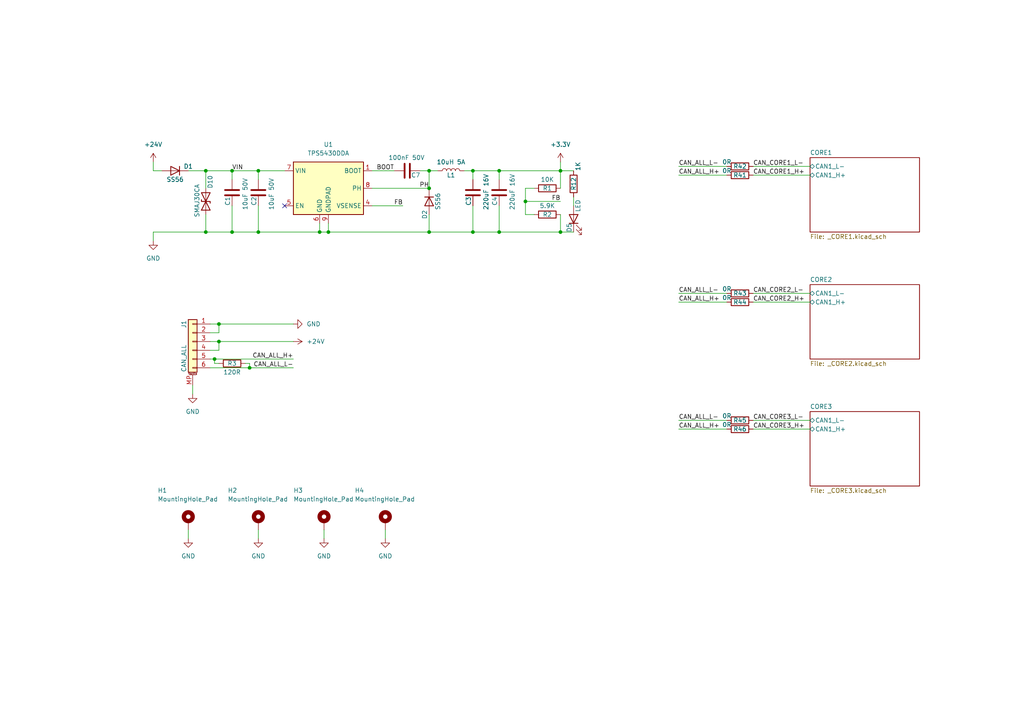
<source format=kicad_sch>
(kicad_sch (version 20230121) (generator eeschema)
  (paper "A4")
  (lib_symbols
    (symbol "Connector_Generic_MountingPin:Conn_01x06_MountingPin" (pin_names (offset 1.016) hide)
      (property "Reference" "J" (at 0 7.62 0))
      (property "Value" "Conn_01x06_MountingPin" (at 1.27 -10.16 0))
      (symbol "Conn_01x06_MountingPin_1_1"
        (rectangle (start -1.27 -7.493) (end 0 -7.747) (stroke (width 0.1524)))
        (rectangle (start -1.27 -4.953) (end 0 -5.207) (stroke (width 0.1524)))
        (rectangle (start -1.27 -2.413) (end 0 -2.667) (stroke (width 0.1524)))
        (rectangle (start -1.27 0.127) (end 0 -0.127) (stroke (width 0.1524)))
        (rectangle (start -1.27 2.667) (end 0 2.413) (stroke (width 0.1524)))
        (rectangle (start -1.27 5.207) (end 0 4.953) (stroke (width 0.1524)))
        (rectangle (start -1.27 6.35) (end 1.27 -8.89) (stroke (width 0.254)) (fill (type background)))
        (polyline (pts (xy -1.016 -9.652) (xy 1.016 -9.652)) (stroke (width 0.1524)))
        (text "Mounting" (at 0 -9.271 0) (effects (font (size 0.381 0.381))))
        (pin passive line (at -5.08 5.08 0) (length 3.81) (name "Pin_1") (number "1"))
        (pin passive line (at -5.08 2.54 0) (length 3.81) (name "Pin_2") (number "2"))
        (pin passive line (at -5.08 0 0) (length 3.81) (name "Pin_3") (number "3"))
        (pin passive line (at -5.08 -2.54 0) (length 3.81) (name "Pin_4") (number "4"))
        (pin passive line (at -5.08 -5.08 0) (length 3.81) (name "Pin_5") (number "5"))
        (pin passive line (at -5.08 -7.62 0) (length 3.81) (name "Pin_6") (number "6"))
        (pin passive line (at 0 -12.7 90) (length 3.048) (name "MountPin") (number "MP"))
      )
    )
    (symbol "Device:C" (pin_numbers hide) (pin_names (offset 0.254))
      (property "Reference" "C" (at 0.635 2.54 0))
      (property "Value" "C" (at 0.635 -2.54 0))
      (symbol "C_0_1"
        (polyline (pts (xy -2.032 -0.762) (xy 2.032 -0.762)) (stroke (width 0.508)))
        (polyline (pts (xy -2.032 0.762) (xy 2.032 0.762)) (stroke (width 0.508)))
      )
      (symbol "C_1_1"
        (pin passive line (at 0 3.81 270) (length 2.794) (name "~") (number "1"))
        (pin passive line (at 0 -3.81 90) (length 2.794) (name "~") (number "2"))
      )
    )
    (symbol "Device:D" (pin_numbers hide) (pin_names (offset 1.016) hide)
      (property "Reference" "D" (at 0 2.54 0))
      (property "Value" "D" (at 0 -2.54 0))
      (symbol "D_0_1"
        (polyline (pts (xy -1.27 1.27) (xy -1.27 -1.27)) (stroke (width 0.254)))
        (polyline (pts (xy 1.27 0) (xy -1.27 0)))
        (polyline (pts (xy 1.27 1.27) (xy 1.27 -1.27) (xy -1.27 0) (xy 1.27 1.27)) (stroke (width 0.254)))
      )
      (symbol "D_1_1"
        (pin passive line (at -3.81 0 0) (length 2.54) (name "K") (number "1"))
        (pin passive line (at 3.81 0 180) (length 2.54) (name "A") (number "2"))
      )
    )
    (symbol "Device:D_TVS" (pin_numbers hide) (pin_names (offset 1.016) hide)
      (property "Reference" "D" (at 0 2.54 0))
      (property "Value" "D_TVS" (at 0 -2.54 0))
      (symbol "D_TVS_0_1"
        (polyline (pts (xy 1.27 0) (xy -1.27 0)))
        (polyline (pts (xy 0.508 1.27) (xy 0 1.27) (xy 0 -1.27) (xy -0.508 -1.27)) (stroke (width 0.254)))
        (polyline (pts (xy -2.54 1.27) (xy -2.54 -1.27) (xy 2.54 1.27) (xy 2.54 -1.27) (xy -2.54 1.27)) (stroke (width 0.254)))
      )
      (symbol "D_TVS_1_1"
        (pin passive line (at -3.81 0 0) (length 2.54) (name "A1") (number "1"))
        (pin passive line (at 3.81 0 180) (length 2.54) (name "A2") (number "2"))
      )
    )
    (symbol "Device:L" (pin_numbers hide) (pin_names (offset 1.016) hide)
      (property "Reference" "L" (at -1.27 0 90))
      (property "Value" "L" (at 1.905 0 90))
      (symbol "L_0_1"
        (arc (start 0 -2.54) (mid 0.6323 -1.905) (end 0 -1.27))
        (arc (start 0 -1.27) (mid 0.6323 -0.635) (end 0 0))
        (arc (start 0 0) (mid 0.6323 0.635) (end 0 1.27))
        (arc (start 0 1.27) (mid 0.6323 1.905) (end 0 2.54))
      )
      (symbol "L_1_1"
        (pin passive line (at 0 3.81 270) (length 1.27) (name "1") (number "1"))
        (pin passive line (at 0 -3.81 90) (length 1.27) (name "2") (number "2"))
      )
    )
    (symbol "Device:LED" (pin_numbers hide) (pin_names (offset 1.016) hide)
      (property "Reference" "D" (at 0 2.54 0))
      (property "Value" "LED" (at 0 -2.54 0))
      (symbol "LED_0_1"
        (polyline (pts (xy -1.27 -1.27) (xy -1.27 1.27)) (stroke (width 0.254)))
        (polyline (pts (xy -1.27 0) (xy 1.27 0)))
        (polyline (pts (xy 1.27 -1.27) (xy 1.27 1.27) (xy -1.27 0) (xy 1.27 -1.27)) (stroke (width 0.254)))
        (polyline (pts (xy -3.048 -0.762) (xy -4.572 -2.286) (xy -3.81 -2.286) (xy -4.572 -2.286) (xy -4.572 -1.524)))
        (polyline (pts (xy -1.778 -0.762) (xy -3.302 -2.286) (xy -2.54 -2.286) (xy -3.302 -2.286) (xy -3.302 -1.524)))
      )
      (symbol "LED_1_1"
        (pin passive line (at -3.81 0 0) (length 2.54) (name "K") (number "1"))
        (pin passive line (at 3.81 0 180) (length 2.54) (name "A") (number "2"))
      )
    )
    (symbol "Device:R" (pin_numbers hide) (pin_names (offset 0))
      (property "Reference" "R" (at 2.032 0 90))
      (property "Value" "R" (at 0 0 90))
      (symbol "R_0_1"
        (rectangle (start -1.016 -2.54) (end 1.016 2.54) (stroke (width 0.254)))
      )
      (symbol "R_1_1"
        (pin passive line (at 0 3.81 270) (length 1.27) (name "~") (number "1"))
        (pin passive line (at 0 -3.81 90) (length 1.27) (name "~") (number "2"))
      )
    )
    (symbol "Mechanical:MountingHole_Pad" (pin_numbers hide) (pin_names (offset 1.016) hide)
      (property "Reference" "H" (at 0 6.35 0))
      (property "Value" "MountingHole_Pad" (at 0 4.445 0))
      (symbol "MountingHole_Pad_0_1"
        (circle (center 0 1.27) (radius 1.27) (stroke (width 1.27)))
      )
      (symbol "MountingHole_Pad_1_1"
        (pin input line (at 0 -2.54 90) (length 2.54) (name "1") (number "1"))
      )
    )
    (symbol "Regulator_Switching:TPS5430DDA"
      (property "Reference" "U" (at -10.16 8.89 0))
      (property "Value" "TPS5430DDA" (at -1.27 8.89 0))
      (symbol "TPS5430DDA_0_1"
        (rectangle (start -10.16 7.62) (end 10.16 -7.62) (stroke (width 0.254)) (fill (type background)))
      )
      (symbol "TPS5430DDA_1_1"
        (pin input line (at 12.7 5.08 180) (length 2.54) (name "BOOT") (number "1"))
        (pin no_connect line (at -10.16 2.54 0) (length 2.54) hide (name "NC") (number "2"))
        (pin no_connect line (at -10.16 -2.54 0) (length 2.54) hide (name "NC") (number "3"))
        (pin input line (at 12.7 -5.08 180) (length 2.54) (name "VSENSE") (number "4"))
        (pin input line (at -12.7 -5.08 0) (length 2.54) (name "EN") (number "5"))
        (pin power_in line (at -2.54 -10.16 90) (length 2.54) (name "GND") (number "6"))
        (pin power_in line (at -12.7 5.08 0) (length 2.54) (name "VIN") (number "7"))
        (pin output line (at 12.7 0 180) (length 2.54) (name "PH") (number "8"))
        (pin power_in line (at 0 -10.16 90) (length 2.54) (name "GNDPAD") (number "9"))
      )
    )
    (symbol "power:+24V" (power) (pin_names (offset 0))
      (property "Value" "+24V" (at 0 3.556 0))
      (symbol "+24V_0_1"
        (polyline (pts (xy -0.762 1.27) (xy 0 2.54)))
        (polyline (pts (xy 0 0) (xy 0 2.54)))
        (polyline (pts (xy 0 2.54) (xy 0.762 1.27)))
      )
      (symbol "+24V_1_1"
        (pin power_in line (at 0 0 90) (length 0) hide (name "+24V") (number "1"))
      )
    )
    (symbol "power:+3.3V" (power) (pin_names (offset 0))
      (property "Value" "+3.3V" (at 0 3.556 0))
      (symbol "+3.3V_0_1"
        (polyline (pts (xy -0.762 1.27) (xy 0 2.54)))
        (polyline (pts (xy 0 0) (xy 0 2.54)))
        (polyline (pts (xy 0 2.54) (xy 0.762 1.27)))
      )
      (symbol "+3.3V_1_1"
        (pin power_in line (at 0 0 90) (length 0) hide (name "+3.3V") (number "1"))
      )
    )
    (symbol "power:GND" (power) (pin_names (offset 0))
      (property "Value" "GND" (at 0 -3.81 0))
      (symbol "GND_0_1"
        (polyline (pts (xy 0 0) (xy 0 -1.27) (xy 1.27 -1.27) (xy 0 -2.54) (xy -1.27 -1.27) (xy 0 -1.27)))
      )
      (symbol "GND_1_1"
        (pin power_in line (at 0 0 270) (length 0) hide (name "GND") (number "1"))
      )
    )
  )
  (junction (at 74.93 67.31))
  (junction (at 137.16 67.31))
  (junction (at 124.46 49.53))
  (junction (at 162.56 67.31))
  (junction (at 162.56 49.53))
  (junction (at 72.39 106.68))
  (junction (at 144.78 49.53))
  (junction (at 63.5 93.98))
  (junction (at 67.31 49.53))
  (junction (at 74.93 49.53))
  (junction (at 137.16 49.53))
  (junction (at 124.46 67.31))
  (junction (at 95.25 67.31))
  (junction (at 144.78 67.31))
  (junction (at 152.4 58.42))
  (junction (at 67.31 67.31))
  (junction (at 63.5 99.06))
  (junction (at 124.46 54.61))
  (junction (at 92.71 67.31))
  (junction (at 62.23 104.14))
  (junction (at 59.69 49.53))
  (junction (at 59.69 67.31))
  (no_connect (at 82.55 59.69))
  (wire (pts (xy 72.39 106.68) (xy 85.09 106.68)))
  (wire (pts (xy 144.78 67.31) (xy 162.56 67.31)))
  (wire (pts (xy 60.96 99.06) (xy 63.5 99.06)))
  (wire (pts (xy 111.76 156.21) (xy 111.76 153.67)))
  (wire (pts (xy 218.44 87.63) (xy 234.95 87.63)))
  (wire (pts (xy 144.78 59.69) (xy 144.78 67.31)))
  (wire (pts (xy 44.45 69.85) (xy 44.45 67.31)))
  (wire (pts (xy 44.45 67.31) (xy 59.69 67.31)))
  (wire (pts (xy 124.46 49.53) (xy 127 49.53)))
  (wire (pts (xy 59.69 49.53) (xy 67.31 49.53)))
  (wire (pts (xy 196.85 48.26) (xy 210.82 48.26)))
  (wire (pts (xy 46.99 49.53) (xy 44.45 49.53)))
  (wire (pts (xy 152.4 62.23) (xy 154.94 62.23)))
  (wire (pts (xy 218.44 50.8) (xy 234.95 50.8)))
  (wire (pts (xy 54.61 49.53) (xy 59.69 49.53)))
  (wire (pts (xy 55.88 114.3) (xy 55.88 111.76)))
  (wire (pts (xy 67.31 49.53) (xy 67.31 52.07)))
  (wire (pts (xy 62.23 104.14) (xy 85.09 104.14)))
  (wire (pts (xy 218.44 124.46) (xy 234.95 124.46)))
  (wire (pts (xy 74.93 67.31) (xy 92.71 67.31)))
  (wire (pts (xy 218.44 121.92) (xy 234.95 121.92)))
  (wire (pts (xy 63.5 99.06) (xy 85.09 99.06)))
  (wire (pts (xy 134.62 49.53) (xy 137.16 49.53)))
  (wire (pts (xy 166.37 57.15) (xy 166.37 59.69)))
  (wire (pts (xy 62.23 105.41) (xy 62.23 104.14)))
  (wire (pts (xy 166.37 67.31) (xy 162.56 67.31)))
  (wire (pts (xy 60.96 93.98) (xy 63.5 93.98)))
  (wire (pts (xy 124.46 67.31) (xy 137.16 67.31)))
  (wire (pts (xy 124.46 54.61) (xy 124.46 49.53)))
  (wire (pts (xy 162.56 46.99) (xy 162.56 49.53)))
  (wire (pts (xy 67.31 59.69) (xy 67.31 67.31)))
  (wire (pts (xy 63.5 93.98) (xy 85.09 93.98)))
  (wire (pts (xy 137.16 67.31) (xy 144.78 67.31)))
  (wire (pts (xy 74.93 59.69) (xy 74.93 67.31)))
  (wire (pts (xy 218.44 48.26) (xy 234.95 48.26)))
  (wire (pts (xy 196.85 121.92) (xy 210.82 121.92)))
  (wire (pts (xy 124.46 49.53) (xy 121.92 49.53)))
  (wire (pts (xy 60.96 96.52) (xy 63.5 96.52)))
  (wire (pts (xy 59.69 62.23) (xy 59.69 67.31)))
  (wire (pts (xy 93.98 156.21) (xy 93.98 153.67)))
  (wire (pts (xy 144.78 49.53) (xy 162.56 49.53)))
  (wire (pts (xy 67.31 49.53) (xy 74.93 49.53)))
  (wire (pts (xy 166.37 49.53) (xy 162.56 49.53)))
  (wire (pts (xy 144.78 49.53) (xy 144.78 52.07)))
  (wire (pts (xy 162.56 62.23) (xy 162.56 67.31)))
  (wire (pts (xy 196.85 50.8) (xy 210.82 50.8)))
  (wire (pts (xy 63.5 93.98) (xy 63.5 96.52)))
  (wire (pts (xy 60.96 101.6) (xy 63.5 101.6)))
  (wire (pts (xy 137.16 59.69) (xy 137.16 67.31)))
  (wire (pts (xy 152.4 58.42) (xy 162.56 58.42)))
  (wire (pts (xy 107.95 59.69) (xy 116.84 59.69)))
  (wire (pts (xy 63.5 99.06) (xy 63.5 101.6)))
  (wire (pts (xy 137.16 49.53) (xy 144.78 49.53)))
  (wire (pts (xy 72.39 105.41) (xy 72.39 106.68)))
  (wire (pts (xy 95.25 67.31) (xy 124.46 67.31)))
  (wire (pts (xy 95.25 67.31) (xy 95.25 64.77)))
  (wire (pts (xy 92.71 67.31) (xy 95.25 67.31)))
  (wire (pts (xy 60.96 106.68) (xy 72.39 106.68)))
  (wire (pts (xy 137.16 52.07) (xy 137.16 49.53)))
  (wire (pts (xy 162.56 49.53) (xy 162.56 54.61)))
  (wire (pts (xy 74.93 49.53) (xy 82.55 49.53)))
  (wire (pts (xy 152.4 54.61) (xy 152.4 58.42)))
  (wire (pts (xy 67.31 67.31) (xy 74.93 67.31)))
  (wire (pts (xy 59.69 49.53) (xy 59.69 54.61)))
  (wire (pts (xy 107.95 54.61) (xy 124.46 54.61)))
  (wire (pts (xy 92.71 64.77) (xy 92.71 67.31)))
  (wire (pts (xy 62.23 105.41) (xy 63.5 105.41)))
  (wire (pts (xy 74.93 49.53) (xy 74.93 52.07)))
  (wire (pts (xy 196.85 124.46) (xy 210.82 124.46)))
  (wire (pts (xy 71.12 105.41) (xy 72.39 105.41)))
  (wire (pts (xy 44.45 49.53) (xy 44.45 46.99)))
  (wire (pts (xy 124.46 62.23) (xy 124.46 67.31)))
  (wire (pts (xy 152.4 58.42) (xy 152.4 62.23)))
  (wire (pts (xy 107.95 49.53) (xy 114.3 49.53)))
  (wire (pts (xy 196.85 85.09) (xy 210.82 85.09)))
  (wire (pts (xy 74.93 156.21) (xy 74.93 153.67)))
  (wire (pts (xy 196.85 87.63) (xy 210.82 87.63)))
  (wire (pts (xy 154.94 54.61) (xy 152.4 54.61)))
  (wire (pts (xy 54.61 156.21) (xy 54.61 153.67)))
  (wire (pts (xy 218.44 85.09) (xy 234.95 85.09)))
  (wire (pts (xy 59.69 67.31) (xy 67.31 67.31)))
  (wire (pts (xy 60.96 104.14) (xy 62.23 104.14)))
  (label "CAN_ALL_L-" (at 196.85 48.26 0))
  (label "CAN_ALL_H+" (at 85.09 104.14 180))
  (label "CAN_CORE3_L-" (at 218.44 121.92 0))
  (label "CAN_ALL_H+" (at 196.85 50.8 0))
  (label "FB" (at 162.56 58.42 180))
  (label "CAN_ALL_H+" (at 196.85 124.46 0))
  (label "CAN_ALL_L-" (at 196.85 121.92 0))
  (label "CAN_CORE2_L-" (at 218.44 85.09 0))
  (label "BOOT" (at 114.3 49.53 180))
  (label "CAN_CORE1_H+" (at 218.44 50.8 0))
  (label "CAN_CORE2_H+" (at 218.44 87.63 0))
  (label "CAN_ALL_H+" (at 196.85 87.63 0))
  (label "VIN" (at 67.31 49.53 0))
  (label "CAN_CORE3_H+" (at 218.44 124.46 0))
  (label "PH" (at 124.46 54.61 180))
  (label "CAN_ALL_L-" (at 85.09 106.68 180))
  (label "CAN_ALL_L-" (at 196.85 85.09 0))
  (label "CAN_CORE1_L-" (at 218.44 48.26 0))
  (label "FB" (at 116.84 59.69 180))
  (symbol (lib_id "Device:R") (at 214.63 121.92 90) (unit 1)
    (property "Reference" "R45" (at 214.63 121.92 90))
    (property "Value" "0R" (at 210.82 120.65 90))
    (property "Footprint" "Resistor_SMD:R_0402_1005Metric" (effects hide))
  )
  (symbol (lib_id "Device:R") (at 214.63 124.46 90) (unit 1)
    (property "Reference" "R46" (at 214.63 124.46 90))
    (property "Value" "0R" (at 210.82 123.19 90))
    (property "Footprint" "Resistor_SMD:R_0402_1005Metric" (effects hide))
  )
  (symbol (lib_id "Mechanical:MountingHole_Pad") (at 111.76 151.13 0) (unit 1)
    (property "Reference" "H4" (at 102.87 142.24 0) (effects (justify left)))
    (property "Value" "MountingHole_Pad" (at 102.87 144.78 0) (effects (justify left)))
    (property "Footprint" "MountingHole:MountingHole_2.2mm_M2_DIN965_Pad" (effects hide))
  )
  (symbol (lib_id "Device:R") (at 214.63 50.8 90) (unit 1)
    (property "Reference" "R41" (at 214.63 50.8 90))
    (property "Value" "0R" (at 210.82 49.53 90))
    (property "Footprint" "Resistor_SMD:R_0402_1005Metric" (effects hide))
  )
  (symbol (lib_id "Device:R") (at 158.75 62.23 90) (unit 1)
    (property "Reference" "R2" (at 158.75 62.23 90))
    (property "Value" "5.9K" (at 158.75 59.69 90))
    (property "Footprint" "Resistor_SMD:R_0402_1005Metric" (effects hide))
  )
  (symbol (lib_id "Device:R") (at 214.63 85.09 90) (unit 1)
    (property "Reference" "R43" (at 214.63 85.09 90))
    (property "Value" "0R" (at 210.82 83.82 90))
    (property "Footprint" "Resistor_SMD:R_0402_1005Metric" (effects hide))
  )
  (symbol (lib_id "Device:R") (at 214.63 87.63 90) (unit 1)
    (property "Reference" "R44" (at 214.63 87.63 90))
    (property "Value" "0R" (at 210.82 86.36 90))
    (property "Footprint" "Resistor_SMD:R_0402_1005Metric" (effects hide))
  )
  (symbol (lib_id "Device:D") (at 50.8 49.53 180) (unit 1)
    (property "Reference" "D1" (at 54.61 48.26 0))
    (property "Value" "SS56" (at 50.8 52.07 0))
    (property "Footprint" "Diode_SMD:D_SMA" (effects hide))
    (property "Sim.Device" "D" (effects hide))
    (property "Sim.Pins" "1=K 2=A" (effects hide))
  )
  (symbol (lib_id "Mechanical:MountingHole_Pad") (at 93.98 151.13 0) (unit 1)
    (property "Reference" "H3" (at 85.09 142.24 0) (effects (justify left)))
    (property "Value" "MountingHole_Pad" (at 85.09 144.78 0) (effects (justify left)))
    (property "Footprint" "MountingHole:MountingHole_2.2mm_M2_DIN965_Pad" (effects hide))
  )
  (symbol (lib_id "power:+24V") (at 85.09 99.06 270) (unit 1)
    (property "Reference" "#PWR04" (effects hide))
    (property "Value" "+24V" (at 88.9 99.06 90) (effects (justify left)))
  )
  (symbol (lib_id "power:GND") (at 111.76 156.21 0) (unit 1)
    (property "Reference" "#PWR085" (effects hide))
    (property "Value" "GND" (at 111.76 161.29 0))
  )
  (symbol (lib_id "Mechanical:MountingHole_Pad") (at 74.93 151.13 0) (unit 1)
    (property "Reference" "H2" (at 66.04 142.24 0) (effects (justify left)))
    (property "Value" "MountingHole_Pad" (at 66.04 144.78 0) (effects (justify left)))
    (property "Footprint" "MountingHole:MountingHole_2.2mm_M2_DIN965_Pad" (effects hide))
  )
  (symbol (lib_id "Device:L") (at 130.81 49.53 90) (unit 1)
    (property "Reference" "L1" (at 130.81 50.8 90))
    (property "Value" "10uH 5A" (at 130.81 46.99 90))
    (property "Footprint" "Common:L_6.3x6.3_H3" (effects hide))
  )
  (symbol (lib_id "Device:R") (at 67.31 105.41 90) (unit 1)
    (property "Reference" "R3" (at 67.31 105.41 90))
    (property "Value" "120R" (at 67.31 107.95 90))
    (property "Footprint" "Resistor_SMD:R_0603_1608Metric" (effects hide))
  )
  (symbol (lib_id "power:GND") (at 54.61 156.21 0) (unit 1)
    (property "Reference" "#PWR082" (effects hide))
    (property "Value" "GND" (at 54.61 161.29 0))
  )
  (symbol (lib_id "power:+24V") (at 44.45 46.99 0) (unit 1)
    (property "Reference" "#PWR03" (effects hide))
    (property "Value" "+24V" (at 44.45 41.91 0))
  )
  (symbol (lib_id "power:GND") (at 85.09 93.98 90) (unit 1)
    (property "Reference" "#PWR05" (effects hide))
    (property "Value" "GND" (at 88.9 93.98 90) (effects (justify right)))
  )
  (symbol (lib_id "power:+3.3V") (at 162.56 46.99 0) (unit 1)
    (property "Reference" "#PWR01" (effects hide))
    (property "Value" "+3.3V" (at 162.56 41.91 0))
  )
  (symbol (lib_id "Regulator_Switching:TPS5430DDA") (at 95.25 54.61 0) (unit 1)
    (property "Reference" "U1" (at 95.25 41.91 0))
    (property "Value" "TPS5430DDA" (at 95.25 44.45 0))
    (property "Footprint" "Package_SO:TI_SO-PowerPAD-8_ThermalVias" (effects hide))
    (property "Datasheet" "http://www.ti.com/lit/ds/symlink/tps5430.pdf" (effects hide))
  )
  (symbol (lib_id "Mechanical:MountingHole_Pad") (at 54.61 151.13 0) (unit 1)
    (property "Reference" "H1" (at 45.72 142.24 0) (effects (justify left)))
    (property "Value" "MountingHole_Pad" (at 45.72 144.78 0) (effects (justify left)))
    (property "Footprint" "MountingHole:MountingHole_2.2mm_M2_DIN965_Pad" (effects hide))
  )
  (symbol (lib_id "Device:C") (at 118.11 49.53 90) (unit 1)
    (property "Reference" "C7" (at 121.92 50.8 90) (effects (justify left)))
    (property "Value" "100nF 50V" (at 123.19 45.72 90) (effects (justify left)))
    (property "Footprint" "Capacitor_SMD:C_0402_1005Metric" (effects hide))
  )
  (symbol (lib_id "power:GND") (at 55.88 114.3 0) (unit 1)
    (property "Reference" "#PWR012" (effects hide))
    (property "Value" "GND" (at 55.88 119.38 0))
  )
  (symbol (lib_id "power:GND") (at 74.93 156.21 0) (unit 1)
    (property "Reference" "#PWR083" (effects hide))
    (property "Value" "GND" (at 74.93 161.29 0))
  )
  (symbol (lib_id "Device:C") (at 67.31 55.88 0) (unit 1)
    (property "Reference" "C1" (at 66.04 59.69 90) (effects (justify left)))
    (property "Value" "10uF 50V" (at 71.12 60.96 90) (effects (justify left)))
    (property "Footprint" "Capacitor_SMD:C_1206_3216Metric" (effects hide))
  )
  (symbol (lib_id "Device:D") (at 124.46 58.42 270) (unit 1)
    (property "Reference" "D2" (at 123.19 62.23 0))
    (property "Value" "SS56" (at 127 58.42 0))
    (property "Footprint" "Diode_SMD:D_SMA" (effects hide))
    (property "Sim.Device" "D" (effects hide))
    (property "Sim.Pins" "1=K 2=A" (effects hide))
  )
  (symbol (lib_id "power:GND") (at 44.45 69.85 0) (unit 1)
    (property "Reference" "#PWR02" (effects hide))
    (property "Value" "GND" (at 44.45 74.93 0))
  )
  (symbol (lib_id "Device:R") (at 158.75 54.61 90) (unit 1)
    (property "Reference" "R1" (at 158.75 54.61 90))
    (property "Value" "10K" (at 158.75 52.07 90))
    (property "Footprint" "Resistor_SMD:R_0402_1005Metric" (effects hide))
  )
  (symbol (lib_id "Device:R") (at 166.37 53.34 180) (unit 1)
    (property "Reference" "R12" (at 166.37 53.34 90))
    (property "Value" "1K" (at 167.64 48.26 90))
    (property "Footprint" "Resistor_SMD:R_0402_1005Metric" (effects hide))
  )
  (symbol (lib_id "Device:C") (at 137.16 55.88 0) (unit 1)
    (property "Reference" "C3" (at 135.89 59.69 90) (effects (justify left)))
    (property "Value" "220uF 16V" (at 140.97 60.96 90) (effects (justify left)))
    (property "Footprint" "Capacitor_SMD:C_1206_3216Metric" (effects hide))
  )
  (symbol (lib_id "Connector_Generic_MountingPin:Conn_01x06_MountingPin") (at 55.88 99.06 0) (mirror y) (unit 1)
    (property "Reference" "J1" (at 53.34 95.25 90) (effects (justify left)))
    (property "Value" "CAN_ALL" (at 53.34 107.95 90) (effects (justify left)))
    (property "Footprint" "Connector_JST:JST_GH_BM06B-GHS-TBT_1x06-1MP_P1.25mm_Vertical" (effects hide))
  )
  (symbol (lib_id "Device:C") (at 144.78 55.88 0) (unit 1)
    (property "Reference" "C4" (at 143.51 59.69 90) (effects (justify left)))
    (property "Value" "220uF 16V" (at 148.59 60.96 90) (effects (justify left)))
    (property "Footprint" "Capacitor_SMD:C_1206_3216Metric" (effects hide))
  )
  (symbol (lib_id "Device:R") (at 214.63 48.26 90) (unit 1)
    (property "Reference" "R42" (at 214.63 48.26 90))
    (property "Value" "0R" (at 210.82 46.99 90))
    (property "Footprint" "Resistor_SMD:R_0402_1005Metric" (effects hide))
  )
  (symbol (lib_id "Device:LED") (at 166.37 63.5 90) (unit 1)
    (property "Reference" "D5" (at 165.1 66.04 0))
    (property "Value" "LED" (at 167.64 59.69 0))
    (property "Footprint" "LED_SMD:LED_0603_1608Metric" (effects hide))
  )
  (symbol (lib_id "power:GND") (at 93.98 156.21 0) (unit 1)
    (property "Reference" "#PWR084" (effects hide))
    (property "Value" "GND" (at 93.98 161.29 0))
  )
  (symbol (lib_id "Device:D_TVS") (at 59.69 58.42 90) (unit 1)
    (property "Reference" "D10" (at 60.96 50.8 0) (effects (justify right)))
    (property "Value" "SMAJ30CA" (at 57.15 53.34 0) (effects (justify right)))
    (property "Footprint" "Diode_SMD:D_SMA" (effects hide))
  )
  (symbol (lib_id "Device:C") (at 74.93 55.88 0) (unit 1)
    (property "Reference" "C2" (at 73.66 59.69 90) (effects (justify left)))
    (property "Value" "10uF 50V" (at 78.74 60.96 90) (effects (justify left)))
    (property "Footprint" "Capacitor_SMD:C_1206_3216Metric" (effects hide))
  )
  (sheet (at 234.95 45.72) (size 31.75 21.59) (stroke (width 0.1524))
    (property "Sheetname" "CORE1" (at 234.95 45.0084 0) (effects (justify left bottom)))
    (property "Sheetfile" "_CORE1.kicad_sch" (at 234.95 67.8946 0) (effects (justify left top)))
    (pin "CAN1_H+" bidirectional (at 234.95 50.8 180))
    (pin "CAN1_L-" bidirectional (at 234.95 48.26 180))
  )
  (sheet (at 234.95 119.38) (size 31.75 21.59) (stroke (width 0.1524))
    (property "Sheetname" "CORE3" (at 234.95 118.6684 0) (effects (justify left bottom)))
    (property "Sheetfile" "_CORE3.kicad_sch" (at 234.95 141.5546 0) (effects (justify left top)))
    (pin "CAN1_L-" bidirectional (at 234.95 121.92 180))
    (pin "CAN1_H+" bidirectional (at 234.95 124.46 180))
  )
  (sheet (at 234.95 82.55) (size 31.75 21.59) (stroke (width 0.1524))
    (property "Sheetname" "CORE2" (at 234.95 81.8384 0) (effects (justify left bottom)))
    (property "Sheetfile" "_CORE2.kicad_sch" (at 234.95 104.7246 0) (effects (justify left top)))
    (pin "CAN1_H+" bidirectional (at 234.95 87.63 180))
    (pin "CAN1_L-" bidirectional (at 234.95 85.09 180))
  )
)
</source>
